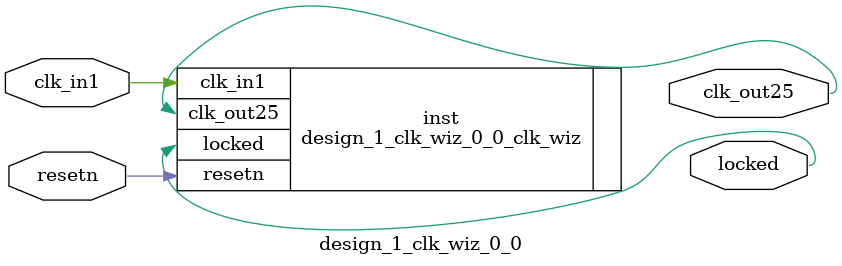
<source format=v>


`timescale 1ps/1ps

(* CORE_GENERATION_INFO = "design_1_clk_wiz_0_0,clk_wiz_v6_0_11_0_0,{component_name=design_1_clk_wiz_0_0,use_phase_alignment=true,use_min_o_jitter=false,use_max_i_jitter=false,use_dyn_phase_shift=false,use_inclk_switchover=false,use_dyn_reconfig=false,enable_axi=0,feedback_source=FDBK_AUTO,PRIMITIVE=MMCM,num_out_clk=1,clkin1_period=12.308,clkin2_period=10.000,use_power_down=false,use_reset=true,use_locked=true,use_inclk_stopped=false,feedback_type=SINGLE,CLOCK_MGR_TYPE=NA,manual_override=false}" *)

module design_1_clk_wiz_0_0 
 (
  // Clock out ports
  output        clk_out25,
  // Status and control signals
  input         resetn,
  output        locked,
 // Clock in ports
  input         clk_in1
 );

  design_1_clk_wiz_0_0_clk_wiz inst
  (
  // Clock out ports  
  .clk_out25(clk_out25),
  // Status and control signals               
  .resetn(resetn), 
  .locked(locked),
 // Clock in ports
  .clk_in1(clk_in1)
  );

endmodule

</source>
